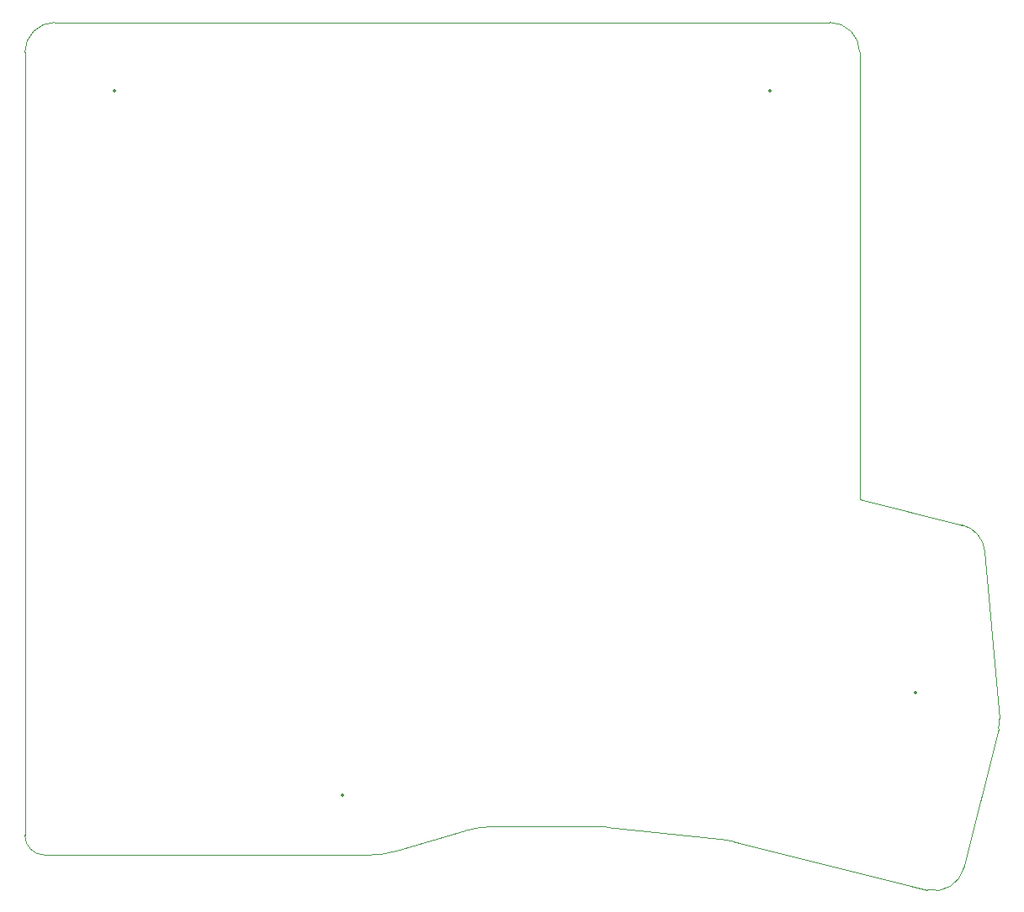
<source format=gtl>
%TF.GenerationSoftware,KiCad,Pcbnew,(6.0.6)*%
%TF.CreationDate,2022-11-03T11:36:34+09:00*%
%TF.ProjectId,bottom_plate__split-mini,626f7474-6f6d-45f7-906c-6174655f5f73,rev?*%
%TF.SameCoordinates,Original*%
%TF.FileFunction,Copper,L1,Top*%
%TF.FilePolarity,Positive*%
%FSLAX46Y46*%
G04 Gerber Fmt 4.6, Leading zero omitted, Abs format (unit mm)*
G04 Created by KiCad (PCBNEW (6.0.6)) date 2022-11-03 11:36:34*
%MOMM*%
%LPD*%
G01*
G04 APERTURE LIST*
%TA.AperFunction,Profile*%
%ADD10C,0.100000*%
%TD*%
%ADD11C,0.350000*%
G04 APERTURE END LIST*
D10*
X116123324Y-72166634D02*
G75*
G03*
X113860370Y-69515158I-2988724J-259366D01*
G01*
X103530843Y-66939718D02*
X113860370Y-69515158D01*
X110364219Y-106260861D02*
G75*
G03*
X114000870Y-104075745I725781J2910861D01*
G01*
X21530843Y-102768057D02*
X45530843Y-102768057D01*
X78079754Y-99947838D02*
X89423885Y-101140154D01*
X66703035Y-99893057D02*
X77034469Y-99893057D01*
X45530843Y-102768057D02*
X54083652Y-102768057D01*
X56918659Y-102357777D02*
X63868027Y-100303337D01*
X19530843Y-21893057D02*
X19530843Y-100768057D01*
X117508504Y-90007398D02*
G75*
G03*
X117586379Y-89022217I-2911304J725798D01*
G01*
X103530843Y-21893057D02*
G75*
G03*
X100530843Y-18893057I-3000043J-43D01*
G01*
X78079754Y-99947841D02*
G75*
G03*
X77034469Y-99893057I-1045254J-9944059D01*
G01*
X54083652Y-102768065D02*
G75*
G03*
X56918659Y-102357777I-52J10000165D01*
G01*
X66703035Y-99893053D02*
G75*
G03*
X63868027Y-100303337I65J-10000347D01*
G01*
X22530843Y-18893063D02*
G75*
G03*
X19530843Y-21893057I-3J-2999997D01*
G01*
X114000870Y-104075745D02*
X117508503Y-90007398D01*
X90797818Y-101382418D02*
G75*
G03*
X89423885Y-101140154I-2419118J-9702282D01*
G01*
X19530843Y-100768057D02*
G75*
G03*
X21530843Y-102768057I1999997J-3D01*
G01*
X90797819Y-101382416D02*
X110364217Y-106260867D01*
X100530843Y-18893057D02*
X22530843Y-18893057D01*
X103530843Y-66939718D02*
X103530843Y-21893057D01*
X116123367Y-72166630D02*
X117586379Y-89022217D01*
D11*
X109130000Y-86360000D03*
X51500000Y-96760000D03*
X94500000Y-25740000D03*
X28520000Y-25760000D03*
M02*

</source>
